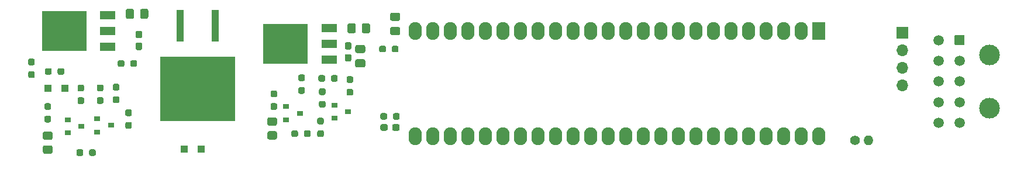
<source format=gbr>
%TF.GenerationSoftware,KiCad,Pcbnew,5.1.9-1.fc33*%
%TF.CreationDate,2021-04-16T18:18:08+01:00*%
%TF.ProjectId,cryosub_top_v01,6372796f-7375-4625-9f74-6f705f763031,rev?*%
%TF.SameCoordinates,Original*%
%TF.FileFunction,Soldermask,Top*%
%TF.FilePolarity,Negative*%
%FSLAX46Y46*%
G04 Gerber Fmt 4.6, Leading zero omitted, Abs format (unit mm)*
G04 Created by KiCad (PCBNEW 5.1.9-1.fc33) date 2021-04-16 18:18:08*
%MOMM*%
%LPD*%
G01*
G04 APERTURE LIST*
%ADD10O,1.400000X1.400000*%
%ADD11C,1.400000*%
%ADD12C,1.500000*%
%ADD13C,3.000000*%
%ADD14O,1.900000X2.600000*%
%ADD15R,1.900000X2.600000*%
%ADD16R,10.800000X9.400000*%
%ADD17R,1.100000X4.600000*%
%ADD18R,6.400000X5.800000*%
%ADD19R,2.200000X1.200000*%
%ADD20R,0.900000X0.800000*%
%ADD21O,1.700000X1.700000*%
%ADD22R,1.700000X1.700000*%
%ADD23R,1.000000X1.000000*%
G04 APERTURE END LIST*
D10*
%TO.C,TH1*%
X226600000Y-106350000D03*
D11*
X224700000Y-106350000D03*
%TD*%
%TO.C,R22*%
G36*
G01*
X157787500Y-103137500D02*
X157787500Y-102662500D01*
G75*
G02*
X158025000Y-102425000I237500J0D01*
G01*
X158525000Y-102425000D01*
G75*
G02*
X158762500Y-102662500I0J-237500D01*
G01*
X158762500Y-103137500D01*
G75*
G02*
X158525000Y-103375000I-237500J0D01*
G01*
X158025000Y-103375000D01*
G75*
G02*
X157787500Y-103137500I0J237500D01*
G01*
G37*
G36*
G01*
X155962500Y-103137500D02*
X155962500Y-102662500D01*
G75*
G02*
X156200000Y-102425000I237500J0D01*
G01*
X156700000Y-102425000D01*
G75*
G02*
X156937500Y-102662500I0J-237500D01*
G01*
X156937500Y-103137500D01*
G75*
G02*
X156700000Y-103375000I-237500J0D01*
G01*
X156200000Y-103375000D01*
G75*
G02*
X155962500Y-103137500I0J237500D01*
G01*
G37*
%TD*%
%TO.C,C6*%
G36*
G01*
X157682500Y-104737500D02*
X157682500Y-104262500D01*
G75*
G02*
X157920000Y-104025000I237500J0D01*
G01*
X158520000Y-104025000D01*
G75*
G02*
X158757500Y-104262500I0J-237500D01*
G01*
X158757500Y-104737500D01*
G75*
G02*
X158520000Y-104975000I-237500J0D01*
G01*
X157920000Y-104975000D01*
G75*
G02*
X157682500Y-104737500I0J237500D01*
G01*
G37*
G36*
G01*
X155957500Y-104737500D02*
X155957500Y-104262500D01*
G75*
G02*
X156195000Y-104025000I237500J0D01*
G01*
X156795000Y-104025000D01*
G75*
G02*
X157032500Y-104262500I0J-237500D01*
G01*
X157032500Y-104737500D01*
G75*
G02*
X156795000Y-104975000I-237500J0D01*
G01*
X156195000Y-104975000D01*
G75*
G02*
X155957500Y-104737500I0J237500D01*
G01*
G37*
%TD*%
%TO.C,C5*%
G36*
G01*
X120762500Y-92225000D02*
X121237500Y-92225000D01*
G75*
G02*
X121475000Y-92462500I0J-237500D01*
G01*
X121475000Y-93062500D01*
G75*
G02*
X121237500Y-93300000I-237500J0D01*
G01*
X120762500Y-93300000D01*
G75*
G02*
X120525000Y-93062500I0J237500D01*
G01*
X120525000Y-92462500D01*
G75*
G02*
X120762500Y-92225000I237500J0D01*
G01*
G37*
G36*
G01*
X120762500Y-90500000D02*
X121237500Y-90500000D01*
G75*
G02*
X121475000Y-90737500I0J-237500D01*
G01*
X121475000Y-91337500D01*
G75*
G02*
X121237500Y-91575000I-237500J0D01*
G01*
X120762500Y-91575000D01*
G75*
G02*
X120525000Y-91337500I0J237500D01*
G01*
X120525000Y-90737500D01*
G75*
G02*
X120762500Y-90500000I237500J0D01*
G01*
G37*
%TD*%
%TO.C,C3*%
G36*
G01*
X151062500Y-93882500D02*
X151537500Y-93882500D01*
G75*
G02*
X151775000Y-94120000I0J-237500D01*
G01*
X151775000Y-94720000D01*
G75*
G02*
X151537500Y-94957500I-237500J0D01*
G01*
X151062500Y-94957500D01*
G75*
G02*
X150825000Y-94720000I0J237500D01*
G01*
X150825000Y-94120000D01*
G75*
G02*
X151062500Y-93882500I237500J0D01*
G01*
G37*
G36*
G01*
X151062500Y-92157500D02*
X151537500Y-92157500D01*
G75*
G02*
X151775000Y-92395000I0J-237500D01*
G01*
X151775000Y-92995000D01*
G75*
G02*
X151537500Y-93232500I-237500J0D01*
G01*
X151062500Y-93232500D01*
G75*
G02*
X150825000Y-92995000I0J237500D01*
G01*
X150825000Y-92395000D01*
G75*
G02*
X151062500Y-92157500I237500J0D01*
G01*
G37*
%TD*%
%TO.C,C7*%
G36*
G01*
X121187500Y-88525000D02*
X121187500Y-87575000D01*
G75*
G02*
X121437500Y-87325000I250000J0D01*
G01*
X122112500Y-87325000D01*
G75*
G02*
X122362500Y-87575000I0J-250000D01*
G01*
X122362500Y-88525000D01*
G75*
G02*
X122112500Y-88775000I-250000J0D01*
G01*
X121437500Y-88775000D01*
G75*
G02*
X121187500Y-88525000I0J250000D01*
G01*
G37*
G36*
G01*
X119112500Y-88525000D02*
X119112500Y-87575000D01*
G75*
G02*
X119362500Y-87325000I250000J0D01*
G01*
X120037500Y-87325000D01*
G75*
G02*
X120287500Y-87575000I0J-250000D01*
G01*
X120287500Y-88525000D01*
G75*
G02*
X120037500Y-88775000I-250000J0D01*
G01*
X119362500Y-88775000D01*
G75*
G02*
X119112500Y-88525000I0J250000D01*
G01*
G37*
%TD*%
D12*
%TO.C,J1*%
X236800000Y-103850000D03*
X236800000Y-100850000D03*
X236800000Y-97850000D03*
X236800000Y-94850000D03*
X236800000Y-91850000D03*
X239800000Y-103850000D03*
X239800000Y-100850000D03*
X239800000Y-97850000D03*
X239800000Y-94850000D03*
G36*
G01*
X239300000Y-91100000D02*
X240300000Y-91100000D01*
G75*
G02*
X240550000Y-91350000I0J-250000D01*
G01*
X240550000Y-92350000D01*
G75*
G02*
X240300000Y-92600000I-250000J0D01*
G01*
X239300000Y-92600000D01*
G75*
G02*
X239050000Y-92350000I0J250000D01*
G01*
X239050000Y-91350000D01*
G75*
G02*
X239300000Y-91100000I250000J0D01*
G01*
G37*
D13*
X244120000Y-101710000D03*
X244120000Y-94010000D03*
%TD*%
%TO.C,R23*%
G36*
G01*
X156762500Y-92912500D02*
X156762500Y-93387500D01*
G75*
G02*
X156525000Y-93625000I-237500J0D01*
G01*
X156025000Y-93625000D01*
G75*
G02*
X155787500Y-93387500I0J237500D01*
G01*
X155787500Y-92912500D01*
G75*
G02*
X156025000Y-92675000I237500J0D01*
G01*
X156525000Y-92675000D01*
G75*
G02*
X156762500Y-92912500I0J-237500D01*
G01*
G37*
G36*
G01*
X158587500Y-92912500D02*
X158587500Y-93387500D01*
G75*
G02*
X158350000Y-93625000I-237500J0D01*
G01*
X157850000Y-93625000D01*
G75*
G02*
X157612500Y-93387500I0J237500D01*
G01*
X157612500Y-92912500D01*
G75*
G02*
X157850000Y-92675000I237500J0D01*
G01*
X158350000Y-92675000D01*
G75*
G02*
X158587500Y-92912500I0J-237500D01*
G01*
G37*
%TD*%
D14*
%TO.C,U1*%
X219400000Y-105790000D03*
X160980000Y-90550000D03*
X216860000Y-105790000D03*
X163520000Y-90550000D03*
X214320000Y-105790000D03*
X166060000Y-90550000D03*
X211780000Y-105790000D03*
X168600000Y-90550000D03*
X209240000Y-105790000D03*
X171140000Y-90550000D03*
X206700000Y-105790000D03*
X173680000Y-90550000D03*
X204160000Y-105790000D03*
X176220000Y-90550000D03*
X201620000Y-105790000D03*
X178760000Y-90550000D03*
X199080000Y-105790000D03*
X181300000Y-90550000D03*
X196540000Y-105790000D03*
X183840000Y-90550000D03*
X194000000Y-105790000D03*
X186380000Y-90550000D03*
X191460000Y-105790000D03*
X188920000Y-90550000D03*
X188920000Y-105790000D03*
X191460000Y-90550000D03*
X186380000Y-105790000D03*
X194000000Y-90550000D03*
X183840000Y-105790000D03*
X196540000Y-90550000D03*
X181300000Y-105790000D03*
X199080000Y-90550000D03*
X178760000Y-105790000D03*
X201620000Y-90550000D03*
X176220000Y-105790000D03*
X204160000Y-90550000D03*
X173680000Y-105790000D03*
X206700000Y-90550000D03*
X171140000Y-105790000D03*
X209240000Y-90550000D03*
X168600000Y-105790000D03*
X211780000Y-90550000D03*
X166060000Y-105790000D03*
X214320000Y-90550000D03*
X163520000Y-105790000D03*
X216860000Y-90550000D03*
X160980000Y-105790000D03*
D15*
X219400000Y-90550000D03*
%TD*%
%TO.C,TH3*%
G36*
G01*
X107349999Y-107100000D02*
X108250001Y-107100000D01*
G75*
G02*
X108500000Y-107349999I0J-249999D01*
G01*
X108500000Y-108050001D01*
G75*
G02*
X108250001Y-108300000I-249999J0D01*
G01*
X107349999Y-108300000D01*
G75*
G02*
X107100000Y-108050001I0J249999D01*
G01*
X107100000Y-107349999D01*
G75*
G02*
X107349999Y-107100000I249999J0D01*
G01*
G37*
G36*
G01*
X107349999Y-105100000D02*
X108250001Y-105100000D01*
G75*
G02*
X108500000Y-105349999I0J-249999D01*
G01*
X108500000Y-106050001D01*
G75*
G02*
X108250001Y-106300000I-249999J0D01*
G01*
X107349999Y-106300000D01*
G75*
G02*
X107100000Y-106050001I0J249999D01*
G01*
X107100000Y-105349999D01*
G75*
G02*
X107349999Y-105100000I249999J0D01*
G01*
G37*
%TD*%
%TO.C,TH2*%
G36*
G01*
X139849999Y-105050000D02*
X140750001Y-105050000D01*
G75*
G02*
X141000000Y-105299999I0J-249999D01*
G01*
X141000000Y-106000001D01*
G75*
G02*
X140750001Y-106250000I-249999J0D01*
G01*
X139849999Y-106250000D01*
G75*
G02*
X139600000Y-106000001I0J249999D01*
G01*
X139600000Y-105299999D01*
G75*
G02*
X139849999Y-105050000I249999J0D01*
G01*
G37*
G36*
G01*
X139849999Y-103050000D02*
X140750001Y-103050000D01*
G75*
G02*
X141000000Y-103299999I0J-249999D01*
G01*
X141000000Y-104000001D01*
G75*
G02*
X140750001Y-104250000I-249999J0D01*
G01*
X139849999Y-104250000D01*
G75*
G02*
X139600000Y-104000001I0J249999D01*
G01*
X139600000Y-103299999D01*
G75*
G02*
X139849999Y-103050000I249999J0D01*
G01*
G37*
%TD*%
D16*
%TO.C,R21*%
X129525000Y-98925000D03*
D17*
X126985000Y-89775000D03*
X132065000Y-89775000D03*
%TD*%
%TO.C,R20*%
G36*
G01*
X119762500Y-95487500D02*
X119762500Y-95012500D01*
G75*
G02*
X120000000Y-94775000I237500J0D01*
G01*
X120500000Y-94775000D01*
G75*
G02*
X120737500Y-95012500I0J-237500D01*
G01*
X120737500Y-95487500D01*
G75*
G02*
X120500000Y-95725000I-237500J0D01*
G01*
X120000000Y-95725000D01*
G75*
G02*
X119762500Y-95487500I0J237500D01*
G01*
G37*
G36*
G01*
X117937500Y-95487500D02*
X117937500Y-95012500D01*
G75*
G02*
X118175000Y-94775000I237500J0D01*
G01*
X118675000Y-94775000D01*
G75*
G02*
X118912500Y-95012500I0J-237500D01*
G01*
X118912500Y-95487500D01*
G75*
G02*
X118675000Y-95725000I-237500J0D01*
G01*
X118175000Y-95725000D01*
G75*
G02*
X117937500Y-95487500I0J237500D01*
G01*
G37*
%TD*%
%TO.C,R19*%
G36*
G01*
X108375000Y-96162500D02*
X108375000Y-96637500D01*
G75*
G02*
X108137500Y-96875000I-237500J0D01*
G01*
X107637500Y-96875000D01*
G75*
G02*
X107400000Y-96637500I0J237500D01*
G01*
X107400000Y-96162500D01*
G75*
G02*
X107637500Y-95925000I237500J0D01*
G01*
X108137500Y-95925000D01*
G75*
G02*
X108375000Y-96162500I0J-237500D01*
G01*
G37*
G36*
G01*
X110200000Y-96162500D02*
X110200000Y-96637500D01*
G75*
G02*
X109962500Y-96875000I-237500J0D01*
G01*
X109462500Y-96875000D01*
G75*
G02*
X109225000Y-96637500I0J237500D01*
G01*
X109225000Y-96162500D01*
G75*
G02*
X109462500Y-95925000I237500J0D01*
G01*
X109962500Y-95925000D01*
G75*
G02*
X110200000Y-96162500I0J-237500D01*
G01*
G37*
%TD*%
%TO.C,R18*%
G36*
G01*
X105212500Y-96362500D02*
X105687500Y-96362500D01*
G75*
G02*
X105925000Y-96600000I0J-237500D01*
G01*
X105925000Y-97100000D01*
G75*
G02*
X105687500Y-97337500I-237500J0D01*
G01*
X105212500Y-97337500D01*
G75*
G02*
X104975000Y-97100000I0J237500D01*
G01*
X104975000Y-96600000D01*
G75*
G02*
X105212500Y-96362500I237500J0D01*
G01*
G37*
G36*
G01*
X105212500Y-94537500D02*
X105687500Y-94537500D01*
G75*
G02*
X105925000Y-94775000I0J-237500D01*
G01*
X105925000Y-95275000D01*
G75*
G02*
X105687500Y-95512500I-237500J0D01*
G01*
X105212500Y-95512500D01*
G75*
G02*
X104975000Y-95275000I0J237500D01*
G01*
X104975000Y-94775000D01*
G75*
G02*
X105212500Y-94537500I237500J0D01*
G01*
G37*
%TD*%
%TO.C,R17*%
G36*
G01*
X107562500Y-102812500D02*
X108037500Y-102812500D01*
G75*
G02*
X108275000Y-103050000I0J-237500D01*
G01*
X108275000Y-103550000D01*
G75*
G02*
X108037500Y-103787500I-237500J0D01*
G01*
X107562500Y-103787500D01*
G75*
G02*
X107325000Y-103550000I0J237500D01*
G01*
X107325000Y-103050000D01*
G75*
G02*
X107562500Y-102812500I237500J0D01*
G01*
G37*
G36*
G01*
X107562500Y-100987500D02*
X108037500Y-100987500D01*
G75*
G02*
X108275000Y-101225000I0J-237500D01*
G01*
X108275000Y-101725000D01*
G75*
G02*
X108037500Y-101962500I-237500J0D01*
G01*
X107562500Y-101962500D01*
G75*
G02*
X107325000Y-101725000I0J237500D01*
G01*
X107325000Y-101225000D01*
G75*
G02*
X107562500Y-100987500I237500J0D01*
G01*
G37*
%TD*%
%TO.C,R16*%
G36*
G01*
X112362500Y-100137500D02*
X112837500Y-100137500D01*
G75*
G02*
X113075000Y-100375000I0J-237500D01*
G01*
X113075000Y-100875000D01*
G75*
G02*
X112837500Y-101112500I-237500J0D01*
G01*
X112362500Y-101112500D01*
G75*
G02*
X112125000Y-100875000I0J237500D01*
G01*
X112125000Y-100375000D01*
G75*
G02*
X112362500Y-100137500I237500J0D01*
G01*
G37*
G36*
G01*
X112362500Y-98312500D02*
X112837500Y-98312500D01*
G75*
G02*
X113075000Y-98550000I0J-237500D01*
G01*
X113075000Y-99050000D01*
G75*
G02*
X112837500Y-99287500I-237500J0D01*
G01*
X112362500Y-99287500D01*
G75*
G02*
X112125000Y-99050000I0J237500D01*
G01*
X112125000Y-98550000D01*
G75*
G02*
X112362500Y-98312500I237500J0D01*
G01*
G37*
%TD*%
%TO.C,R14*%
G36*
G01*
X113787500Y-108387500D02*
X113787500Y-107912500D01*
G75*
G02*
X114025000Y-107675000I237500J0D01*
G01*
X114525000Y-107675000D01*
G75*
G02*
X114762500Y-107912500I0J-237500D01*
G01*
X114762500Y-108387500D01*
G75*
G02*
X114525000Y-108625000I-237500J0D01*
G01*
X114025000Y-108625000D01*
G75*
G02*
X113787500Y-108387500I0J237500D01*
G01*
G37*
G36*
G01*
X111962500Y-108387500D02*
X111962500Y-107912500D01*
G75*
G02*
X112200000Y-107675000I237500J0D01*
G01*
X112700000Y-107675000D01*
G75*
G02*
X112937500Y-107912500I0J-237500D01*
G01*
X112937500Y-108387500D01*
G75*
G02*
X112700000Y-108625000I-237500J0D01*
G01*
X112200000Y-108625000D01*
G75*
G02*
X111962500Y-108387500I0J237500D01*
G01*
G37*
%TD*%
%TO.C,R12*%
G36*
G01*
X119262500Y-103712500D02*
X119737500Y-103712500D01*
G75*
G02*
X119975000Y-103950000I0J-237500D01*
G01*
X119975000Y-104450000D01*
G75*
G02*
X119737500Y-104687500I-237500J0D01*
G01*
X119262500Y-104687500D01*
G75*
G02*
X119025000Y-104450000I0J237500D01*
G01*
X119025000Y-103950000D01*
G75*
G02*
X119262500Y-103712500I237500J0D01*
G01*
G37*
G36*
G01*
X119262500Y-101887500D02*
X119737500Y-101887500D01*
G75*
G02*
X119975000Y-102125000I0J-237500D01*
G01*
X119975000Y-102625000D01*
G75*
G02*
X119737500Y-102862500I-237500J0D01*
G01*
X119262500Y-102862500D01*
G75*
G02*
X119025000Y-102625000I0J237500D01*
G01*
X119025000Y-102125000D01*
G75*
G02*
X119262500Y-101887500I237500J0D01*
G01*
G37*
%TD*%
%TO.C,R11*%
G36*
G01*
X115637500Y-99262500D02*
X115162500Y-99262500D01*
G75*
G02*
X114925000Y-99025000I0J237500D01*
G01*
X114925000Y-98525000D01*
G75*
G02*
X115162500Y-98287500I237500J0D01*
G01*
X115637500Y-98287500D01*
G75*
G02*
X115875000Y-98525000I0J-237500D01*
G01*
X115875000Y-99025000D01*
G75*
G02*
X115637500Y-99262500I-237500J0D01*
G01*
G37*
G36*
G01*
X115637500Y-101087500D02*
X115162500Y-101087500D01*
G75*
G02*
X114925000Y-100850000I0J237500D01*
G01*
X114925000Y-100350000D01*
G75*
G02*
X115162500Y-100112500I237500J0D01*
G01*
X115637500Y-100112500D01*
G75*
G02*
X115875000Y-100350000I0J-237500D01*
G01*
X115875000Y-100850000D01*
G75*
G02*
X115637500Y-101087500I-237500J0D01*
G01*
G37*
%TD*%
%TO.C,R10*%
G36*
G01*
X117462500Y-100012500D02*
X117937500Y-100012500D01*
G75*
G02*
X118175000Y-100250000I0J-237500D01*
G01*
X118175000Y-100750000D01*
G75*
G02*
X117937500Y-100987500I-237500J0D01*
G01*
X117462500Y-100987500D01*
G75*
G02*
X117225000Y-100750000I0J237500D01*
G01*
X117225000Y-100250000D01*
G75*
G02*
X117462500Y-100012500I237500J0D01*
G01*
G37*
G36*
G01*
X117462500Y-98187500D02*
X117937500Y-98187500D01*
G75*
G02*
X118175000Y-98425000I0J-237500D01*
G01*
X118175000Y-98925000D01*
G75*
G02*
X117937500Y-99162500I-237500J0D01*
G01*
X117462500Y-99162500D01*
G75*
G02*
X117225000Y-98925000I0J237500D01*
G01*
X117225000Y-98425000D01*
G75*
G02*
X117462500Y-98187500I237500J0D01*
G01*
G37*
%TD*%
%TO.C,R9*%
G36*
G01*
X148812500Y-97637500D02*
X148812500Y-97162500D01*
G75*
G02*
X149050000Y-96925000I237500J0D01*
G01*
X149550000Y-96925000D01*
G75*
G02*
X149787500Y-97162500I0J-237500D01*
G01*
X149787500Y-97637500D01*
G75*
G02*
X149550000Y-97875000I-237500J0D01*
G01*
X149050000Y-97875000D01*
G75*
G02*
X148812500Y-97637500I0J237500D01*
G01*
G37*
G36*
G01*
X146987500Y-97637500D02*
X146987500Y-97162500D01*
G75*
G02*
X147225000Y-96925000I237500J0D01*
G01*
X147725000Y-96925000D01*
G75*
G02*
X147962500Y-97162500I0J-237500D01*
G01*
X147962500Y-97637500D01*
G75*
G02*
X147725000Y-97875000I-237500J0D01*
G01*
X147225000Y-97875000D01*
G75*
G02*
X146987500Y-97637500I0J237500D01*
G01*
G37*
%TD*%
%TO.C,R8*%
G36*
G01*
X140312500Y-100987500D02*
X140787500Y-100987500D01*
G75*
G02*
X141025000Y-101225000I0J-237500D01*
G01*
X141025000Y-101725000D01*
G75*
G02*
X140787500Y-101962500I-237500J0D01*
G01*
X140312500Y-101962500D01*
G75*
G02*
X140075000Y-101725000I0J237500D01*
G01*
X140075000Y-101225000D01*
G75*
G02*
X140312500Y-100987500I237500J0D01*
G01*
G37*
G36*
G01*
X140312500Y-99162500D02*
X140787500Y-99162500D01*
G75*
G02*
X141025000Y-99400000I0J-237500D01*
G01*
X141025000Y-99900000D01*
G75*
G02*
X140787500Y-100137500I-237500J0D01*
G01*
X140312500Y-100137500D01*
G75*
G02*
X140075000Y-99900000I0J237500D01*
G01*
X140075000Y-99400000D01*
G75*
G02*
X140312500Y-99162500I237500J0D01*
G01*
G37*
%TD*%
%TO.C,R7*%
G36*
G01*
X144312500Y-98662500D02*
X144787500Y-98662500D01*
G75*
G02*
X145025000Y-98900000I0J-237500D01*
G01*
X145025000Y-99400000D01*
G75*
G02*
X144787500Y-99637500I-237500J0D01*
G01*
X144312500Y-99637500D01*
G75*
G02*
X144075000Y-99400000I0J237500D01*
G01*
X144075000Y-98900000D01*
G75*
G02*
X144312500Y-98662500I237500J0D01*
G01*
G37*
G36*
G01*
X144312500Y-96837500D02*
X144787500Y-96837500D01*
G75*
G02*
X145025000Y-97075000I0J-237500D01*
G01*
X145025000Y-97575000D01*
G75*
G02*
X144787500Y-97812500I-237500J0D01*
G01*
X144312500Y-97812500D01*
G75*
G02*
X144075000Y-97575000I0J237500D01*
G01*
X144075000Y-97075000D01*
G75*
G02*
X144312500Y-96837500I237500J0D01*
G01*
G37*
%TD*%
%TO.C,R5*%
G36*
G01*
X144887500Y-105637500D02*
X144887500Y-105162500D01*
G75*
G02*
X145125000Y-104925000I237500J0D01*
G01*
X145625000Y-104925000D01*
G75*
G02*
X145862500Y-105162500I0J-237500D01*
G01*
X145862500Y-105637500D01*
G75*
G02*
X145625000Y-105875000I-237500J0D01*
G01*
X145125000Y-105875000D01*
G75*
G02*
X144887500Y-105637500I0J237500D01*
G01*
G37*
G36*
G01*
X143062500Y-105637500D02*
X143062500Y-105162500D01*
G75*
G02*
X143300000Y-104925000I237500J0D01*
G01*
X143800000Y-104925000D01*
G75*
G02*
X144037500Y-105162500I0J-237500D01*
G01*
X144037500Y-105637500D01*
G75*
G02*
X143800000Y-105875000I-237500J0D01*
G01*
X143300000Y-105875000D01*
G75*
G02*
X143062500Y-105637500I0J237500D01*
G01*
G37*
%TD*%
%TO.C,R3*%
G36*
G01*
X151312500Y-98912500D02*
X151787500Y-98912500D01*
G75*
G02*
X152025000Y-99150000I0J-237500D01*
G01*
X152025000Y-99650000D01*
G75*
G02*
X151787500Y-99887500I-237500J0D01*
G01*
X151312500Y-99887500D01*
G75*
G02*
X151075000Y-99650000I0J237500D01*
G01*
X151075000Y-99150000D01*
G75*
G02*
X151312500Y-98912500I237500J0D01*
G01*
G37*
G36*
G01*
X151312500Y-97087500D02*
X151787500Y-97087500D01*
G75*
G02*
X152025000Y-97325000I0J-237500D01*
G01*
X152025000Y-97825000D01*
G75*
G02*
X151787500Y-98062500I-237500J0D01*
G01*
X151312500Y-98062500D01*
G75*
G02*
X151075000Y-97825000I0J237500D01*
G01*
X151075000Y-97325000D01*
G75*
G02*
X151312500Y-97087500I237500J0D01*
G01*
G37*
%TD*%
%TO.C,R2*%
G36*
G01*
X147062500Y-104912500D02*
X147537500Y-104912500D01*
G75*
G02*
X147775000Y-105150000I0J-237500D01*
G01*
X147775000Y-105650000D01*
G75*
G02*
X147537500Y-105887500I-237500J0D01*
G01*
X147062500Y-105887500D01*
G75*
G02*
X146825000Y-105650000I0J237500D01*
G01*
X146825000Y-105150000D01*
G75*
G02*
X147062500Y-104912500I237500J0D01*
G01*
G37*
G36*
G01*
X147062500Y-103087500D02*
X147537500Y-103087500D01*
G75*
G02*
X147775000Y-103325000I0J-237500D01*
G01*
X147775000Y-103825000D01*
G75*
G02*
X147537500Y-104062500I-237500J0D01*
G01*
X147062500Y-104062500D01*
G75*
G02*
X146825000Y-103825000I0J237500D01*
G01*
X146825000Y-103325000D01*
G75*
G02*
X147062500Y-103087500I237500J0D01*
G01*
G37*
%TD*%
%TO.C,R1*%
G36*
G01*
X147312500Y-100662500D02*
X147787500Y-100662500D01*
G75*
G02*
X148025000Y-100900000I0J-237500D01*
G01*
X148025000Y-101400000D01*
G75*
G02*
X147787500Y-101637500I-237500J0D01*
G01*
X147312500Y-101637500D01*
G75*
G02*
X147075000Y-101400000I0J237500D01*
G01*
X147075000Y-100900000D01*
G75*
G02*
X147312500Y-100662500I237500J0D01*
G01*
G37*
G36*
G01*
X147312500Y-98837500D02*
X147787500Y-98837500D01*
G75*
G02*
X148025000Y-99075000I0J-237500D01*
G01*
X148025000Y-99575000D01*
G75*
G02*
X147787500Y-99812500I-237500J0D01*
G01*
X147312500Y-99812500D01*
G75*
G02*
X147075000Y-99575000I0J237500D01*
G01*
X147075000Y-99075000D01*
G75*
G02*
X147312500Y-98837500I237500J0D01*
G01*
G37*
%TD*%
D18*
%TO.C,Q6*%
X110175000Y-90525000D03*
D19*
X116475000Y-88245000D03*
X116475000Y-90525000D03*
X116475000Y-92805000D03*
%TD*%
D20*
%TO.C,Q5*%
X112700000Y-104350000D03*
X110700000Y-105300000D03*
X110700000Y-103400000D03*
%TD*%
%TO.C,Q4*%
X116950000Y-104200000D03*
X114950000Y-105150000D03*
X114950000Y-103250000D03*
%TD*%
D18*
%TO.C,Q3*%
X142225000Y-92375000D03*
D19*
X148525000Y-90095000D03*
X148525000Y-92375000D03*
X148525000Y-94655000D03*
%TD*%
D20*
%TO.C,Q2*%
X144300000Y-102450000D03*
X142300000Y-103400000D03*
X142300000Y-101500000D03*
%TD*%
%TO.C,Q1*%
X151300000Y-102200000D03*
X149300000Y-103150000D03*
X149300000Y-101250000D03*
%TD*%
D21*
%TO.C,J2*%
X231500000Y-98450000D03*
X231500000Y-95910000D03*
X231500000Y-93370000D03*
D22*
X231500000Y-90830000D03*
%TD*%
D23*
%TO.C,D2*%
X110300000Y-98800000D03*
X107800000Y-98800000D03*
%TD*%
%TO.C,D1*%
X130050000Y-107600000D03*
X127550000Y-107600000D03*
%TD*%
%TO.C,C4*%
G36*
G01*
X152575000Y-94637500D02*
X153525000Y-94637500D01*
G75*
G02*
X153775000Y-94887500I0J-250000D01*
G01*
X153775000Y-95562500D01*
G75*
G02*
X153525000Y-95812500I-250000J0D01*
G01*
X152575000Y-95812500D01*
G75*
G02*
X152325000Y-95562500I0J250000D01*
G01*
X152325000Y-94887500D01*
G75*
G02*
X152575000Y-94637500I250000J0D01*
G01*
G37*
G36*
G01*
X152575000Y-92562500D02*
X153525000Y-92562500D01*
G75*
G02*
X153775000Y-92812500I0J-250000D01*
G01*
X153775000Y-93487500D01*
G75*
G02*
X153525000Y-93737500I-250000J0D01*
G01*
X152575000Y-93737500D01*
G75*
G02*
X152325000Y-93487500I0J250000D01*
G01*
X152325000Y-92812500D01*
G75*
G02*
X152575000Y-92562500I250000J0D01*
G01*
G37*
%TD*%
%TO.C,C2*%
G36*
G01*
X153287500Y-90625000D02*
X153287500Y-89675000D01*
G75*
G02*
X153537500Y-89425000I250000J0D01*
G01*
X154212500Y-89425000D01*
G75*
G02*
X154462500Y-89675000I0J-250000D01*
G01*
X154462500Y-90625000D01*
G75*
G02*
X154212500Y-90875000I-250000J0D01*
G01*
X153537500Y-90875000D01*
G75*
G02*
X153287500Y-90625000I0J250000D01*
G01*
G37*
G36*
G01*
X151212500Y-90625000D02*
X151212500Y-89675000D01*
G75*
G02*
X151462500Y-89425000I250000J0D01*
G01*
X152137500Y-89425000D01*
G75*
G02*
X152387500Y-89675000I0J-250000D01*
G01*
X152387500Y-90625000D01*
G75*
G02*
X152137500Y-90875000I-250000J0D01*
G01*
X151462500Y-90875000D01*
G75*
G02*
X151212500Y-90625000I0J250000D01*
G01*
G37*
%TD*%
%TO.C,C1*%
G36*
G01*
X158575000Y-89062500D02*
X157625000Y-89062500D01*
G75*
G02*
X157375000Y-88812500I0J250000D01*
G01*
X157375000Y-88137500D01*
G75*
G02*
X157625000Y-87887500I250000J0D01*
G01*
X158575000Y-87887500D01*
G75*
G02*
X158825000Y-88137500I0J-250000D01*
G01*
X158825000Y-88812500D01*
G75*
G02*
X158575000Y-89062500I-250000J0D01*
G01*
G37*
G36*
G01*
X158575000Y-91137500D02*
X157625000Y-91137500D01*
G75*
G02*
X157375000Y-90887500I0J250000D01*
G01*
X157375000Y-90212500D01*
G75*
G02*
X157625000Y-89962500I250000J0D01*
G01*
X158575000Y-89962500D01*
G75*
G02*
X158825000Y-90212500I0J-250000D01*
G01*
X158825000Y-90887500D01*
G75*
G02*
X158575000Y-91137500I-250000J0D01*
G01*
G37*
%TD*%
M02*

</source>
